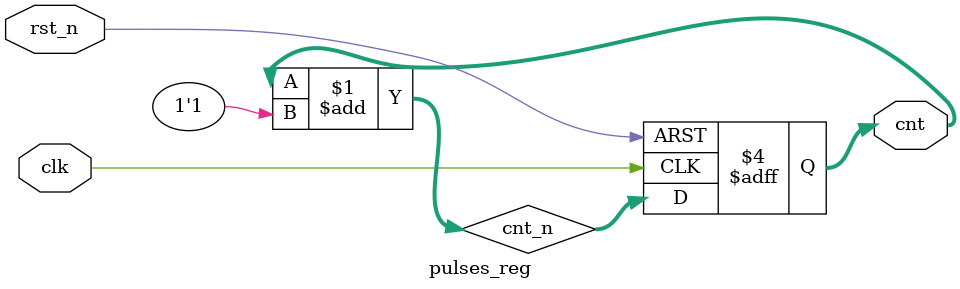
<source format=v>
module pulses_reg(
    input   wire            clk,
    input   wire            rst_n,
    output  reg    [3:0]    cnt    
);

wire    [3:0]   cnt_n;

assign cnt_n = cnt + 1'b1;

always @(posedge clk or negedge rst_n)begin
    if(rst_n == 1'b0)
        cnt <= 4'd0;
    else
        cnt <= cnt_n;
end


endmodule
</source>
